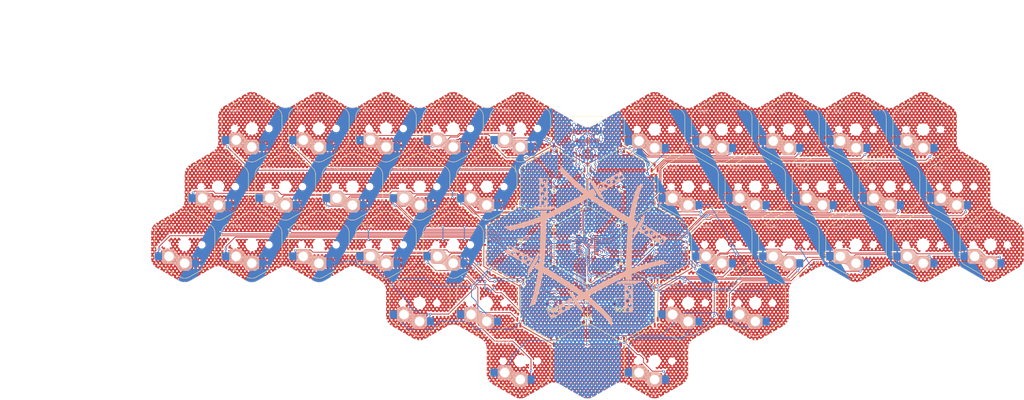
<source format=kicad_pcb>
(kicad_pcb (version 20221018) (generator pcbnew)

  (general
    (thickness 1.6)
  )

  (paper "A4")
  (layers
    (0 "F.Cu" signal)
    (31 "B.Cu" signal)
    (32 "B.Adhes" user "B.Adhesive")
    (33 "F.Adhes" user "F.Adhesive")
    (34 "B.Paste" user)
    (35 "F.Paste" user)
    (36 "B.SilkS" user "B.Silkscreen")
    (37 "F.SilkS" user "F.Silkscreen")
    (38 "B.Mask" user)
    (39 "F.Mask" user)
    (40 "Dwgs.User" user "User.Drawings")
    (41 "Cmts.User" user "User.Comments")
    (42 "Eco1.User" user "User.Eco1")
    (43 "Eco2.User" user "User.Eco2")
    (44 "Edge.Cuts" user)
    (45 "Margin" user)
    (46 "B.CrtYd" user "B.Courtyard")
    (47 "F.CrtYd" user "F.Courtyard")
    (48 "B.Fab" user)
    (49 "F.Fab" user)
    (50 "User.1" user)
    (51 "User.2" user)
    (52 "User.3" user)
    (53 "User.4" user)
    (54 "User.5" user)
    (55 "User.6" user)
    (56 "User.7" user)
    (57 "User.8" user)
    (58 "User.9" user)
  )

  (setup
    (pad_to_mask_clearance 0)
    (pcbplotparams
      (layerselection 0x00010fc_ffffffff)
      (plot_on_all_layers_selection 0x0000000_00000000)
      (disableapertmacros false)
      (usegerberextensions false)
      (usegerberattributes true)
      (usegerberadvancedattributes true)
      (creategerberjobfile true)
      (dashed_line_dash_ratio 12.000000)
      (dashed_line_gap_ratio 3.000000)
      (svgprecision 4)
      (plotframeref false)
      (viasonmask false)
      (mode 1)
      (useauxorigin false)
      (hpglpennumber 1)
      (hpglpenspeed 20)
      (hpglpendiameter 15.000000)
      (dxfpolygonmode true)
      (dxfimperialunits true)
      (dxfusepcbnewfont true)
      (psnegative false)
      (psa4output false)
      (plotreference true)
      (plotvalue true)
      (plotinvisibletext false)
      (sketchpadsonfab false)
      (subtractmaskfromsilk false)
      (outputformat 1)
      (mirror false)
      (drillshape 1)
      (scaleselection 1)
      (outputdirectory "")
    )
  )

  (net 0 "")
  (net 1 "Net-(D1-A1)")
  (net 2 "Net-(D1-A2)")
  (net 3 "Net-(D2-A1)")
  (net 4 "Net-(D2-A2)")
  (net 5 "Net-(D3-A1)")
  (net 6 "+3.3V")
  (net 7 "GND")
  (net 8 "VCC")
  (net 9 "Net-(D35-A)")
  (net 10 "VBUS")
  (net 11 "CC1")
  (net 12 "PORT+")
  (net 13 "PORT-")
  (net 14 "unconnected-(J1-SBU1-PadA8)")
  (net 15 "CC2")
  (net 16 "unconnected-(J1-SBU2-PadB8)")
  (net 17 "UDP")
  (net 18 "BOOT")
  (net 19 "RST")
  (net 20 "UDM")
  (net 21 "Net-(D3-A2)")
  (net 22 "Net-(D4-A1)")
  (net 23 "Net-(D4-A2)")
  (net 24 "Net-(D5-A1)")
  (net 25 "Net-(D5-A2)")
  (net 26 "Net-(D6-A1)")
  (net 27 "Net-(D6-A2)")
  (net 28 "Net-(D8-A1)")
  (net 29 "Net-(D8-A2)")
  (net 30 "Net-(D9-A1)")
  (net 31 "Net-(D9-A2)")
  (net 32 "Net-(D10-A2)")
  (net 33 "Net-(D12-A1)")
  (net 34 "Net-(D12-A2)")
  (net 35 "Net-(D13-A1)")
  (net 36 "Net-(D13-A2)")
  (net 37 "Net-(D15-A1)")
  (net 38 "Net-(D15-A2)")
  (net 39 "Net-(D16-A1)")
  (net 40 "Net-(D16-A2)")
  (net 41 "Net-(D17-A1)")
  (net 42 "Net-(D17-A2)")
  (net 43 "Net-(D18-A2)")
  (net 44 "Net-(D19-A1)")
  (net 45 "Net-(D10-A1)")
  (net 46 "Net-(D7-A1)")
  (net 47 "Net-(D7-A2)")
  (net 48 "Net-(D19-A2)")
  (net 49 "Net-(D14-A2)")
  (net 50 "Net-(D14-A1)")
  (net 51 "Net-(D18-A1)")
  (net 52 "col10")
  (net 53 "row3")
  (net 54 "row4")
  (net 55 "col1")
  (net 56 "col2")
  (net 57 "col3")
  (net 58 "col4")
  (net 59 "col5")
  (net 60 "col6")
  (net 61 "col7")
  (net 62 "col8")
  (net 63 "col9")
  (net 64 "row1")
  (net 65 "row2")

  (footprint "Package_TO_SOT_SMD:SOT-23" (layer "F.Cu") (at 129 49.652128 90))

  (footprint "Package_TO_SOT_SMD:SOT-23" (layer "F.Cu") (at 172 80.684708))

  (footprint "Resistor_SMD:R_0603_1608Metric_Pad0.98x0.95mm_HandSolder" (layer "F.Cu") (at 161.25 80.684708))

  (footprint "Resistor_SMD:R_0603_1608Metric_Pad0.98x0.95mm_HandSolder" (layer "F.Cu") (at 118.25 80.684708))

  (footprint "Package_TO_SOT_SMD:SOT-23" (layer "F.Cu") (at 161.25 68.271676 90))

  (footprint "Resistor_SMD:R_0603_1608Metric_Pad0.98x0.95mm_HandSolder" (layer "F.Cu") (at 129 62.06516 180))

  (footprint "Fuse:Fuse_0603_1608Metric_Pad1.05x0.95mm_HandSolder" (layer "F.Cu") (at 150.5 62.06516 180))

  (footprint "Diode_SMD:D_SOD-323_HandSoldering" (layer "F.Cu") (at 139.75 105.510772))

  (footprint "Package_TO_SOT_SMD:SOT-23" (layer "F.Cu") (at 161.25 93.09774 -90))

  (footprint "Capacitor_SMD:C_0603_1608Metric_Pad1.08x0.95mm_HandSolder" (layer "F.Cu") (at 129 74.478192 180))

  (footprint "Package_TO_SOT_SMD:SOT-23" (layer "F.Cu") (at 161.25 55.858644 90))

  (footprint "Package_TO_SOT_SMD:SOT-23" (layer "F.Cu") (at 129 111.717288 -90))

  (footprint "Button_Switch_SMD:SW_Push_SPST_NO_Alps_SKRK" (layer "F.Cu") (at 129 99.304256))

  (footprint "Package_TO_SOT_SMD:SOT-23" (layer "F.Cu") (at 139.75 55.858644 90))

  (footprint "Package_TO_SOT_SMD:SOT-23" (layer "F.Cu") (at 118.25 93.09774 -90))

  (footprint "Package_SO:TSSOP-20_4.4x6.5mm_P0.65mm" (layer "F.Cu") (at 139.75 80.684708))

  (footprint "Button_Switch_SMD:SW_Push_SPST_NO_Alps_SKRK" (layer "F.Cu") (at 150.5 99.304256 180))

  (footprint "Package_TO_SOT_SMD:SOT-23" (layer "F.Cu") (at 150.5 86.891224 -90))

  (footprint "Package_TO_SOT_SMD:SOT-23" (layer "F.Cu") (at 150.5 111.717288 -90))

  (footprint "Package_TO_SOT_SMD:SOT-23" (layer "F.Cu") (at 118.25 55.858644 90))

  (footprint "Package_TO_SOT_SMD:SOT-23" (layer "F.Cu") (at 150.5 49.652128 90))

  (footprint "Package_TO_SOT_SMD:SOT-23" (layer "F.Cu") (at 139.75 93.09774 -90))

  (footprint "Package_TO_SOT_SMD:SOT-23" (layer "F.Cu") (at 118.25 68.271676 90))

  (footprint "Capacitor_SMD:C_0603_1608Metric_Pad1.08x0.95mm_HandSolder" (layer "F.Cu") (at 150.5 74.478192))

  (footprint "Package_TO_SOT_SMD:SOT-23" (layer "F.Cu") (at 161.29 105.510772 -90))

  (footprint "Package_TO_SOT_SMD:SOT-23" (layer "F.Cu") (at 118.25 105.510772 -90))

  (footprint "Package_TO_SOT_SMD:SOT-23-6" (layer "F.Cu") (at 139.75 68.271676 90))

  (footprint "Package_TO_SOT_SMD:SOT-23" (layer "F.Cu") (at 107.5 80.684708 180))

  (footprint "Package_TO_SOT_SMD:SOT-23" (layer "F.Cu") (at 129 86.891224 -90))

  (footprint "Connector_USB:USB_C_Receptacle_HRO_TYPE-C-31-M-12" (layer "F.Cu") (at 139.75 43.445612 180))

  (footprint "s-ol:PG1350_hotswap" (layer "B.Cu") (at 172 99.304256 180))

  (footprint "s-ol:PG1350_hotswap" (layer "B.Cu") (at 10.75 80.684708 180))

  (footprint "s-ol:PG1350_hotswap" (layer "B.Cu") (at 118.25 117.923804 180))

  (footprint "s-ol:PG1350_hotswap" (layer "B.Cu")
    (tstamp 47529862-dc35-424f-a5ac-624992e86995)
    (at 43 62.06516 180)
    (property "Sheetfile" "hexatana.kicad_sch")
    (property "Sheetname" "")
    (property "ki_description" "Push button switch, generic, two pins")
    (property "ki_keywords" "switch normally-open pushbutton push-button")
    (path "/210f73f5-c99a-4ea2-863e-d0ce3a4ec4d0")
    (attr smd)
    (fp_text reference "SW26" (at 7.4 5.9 unlocked) (layer "B.SilkS")
        (effects (font (size 1 1) (thickness 0.15)) (justify right mirror))
      (tstamp a2b48843-2de1-4089-9fa4-5ca9cd9911f0)
    )
    (fp_text value "SW_Push" (at -0.35 -1.9 unlocked) (layer "F.Fab")
        (effects (font (size 1 1) (thickness 0.15)))
      (tstamp 44e60e10-06f9-4b2b-8c71-52ef5d97c2d1)
    )
    (fp_line (start -2.3 -4.575) (end -2.3 -7.225)
      (stroke (width 0.15) (type solid)) (layer "B.SilkS") (tstamp 0321c076-c9df-4636-b423-c4b8d696a0be))
    (fp_line (start -2.15 -7.35) (end -2.15 -4.45)
      (stroke (width 0.15) (type solid)) (layer "B.SilkS") (tstamp 3dd73dec-889b-4ad4-8df0-7ea04a68a802))
    (fp_line (start -2.05 -7.45) (end -2.05 -4.35)
      (stroke (width 0.15) (type solid)) (layer "B.SilkS") (tstamp 502248e8-0105-4606-950c-6583fcf1a02a))
    (fp_line (start -1.95 -7.55) (end -1.95 -4.25)
      (stroke (width 0.15) (type solid)) (layer "B.SilkS") (tstamp de3222bf-53c9-4869-844b-672daff2d55d))
    (fp_line (start -1.85 -7.65) (end -1.85 -4.15)
      (stroke (width 0.15) (type solid)) (layer "B.SilkS") (tstamp c6b25038-36c5-4429-a34c-e930d7112609))
    (fp_line (start -1.7 -7.8) (end -1.7 -4)
      (stroke (width 0.15) (type solid)) (layer "B.SilkS") (tstamp ec60c962-bbe6-425b-9b25-5a47fdbaa78b))
    (fp_line (start -1.55 -7.95) (end -1.55 -3.85)
      (stroke (width 0.15) (type solid)) (layer "B.SilkS") (tstamp 0ec1dafc-350a-4b21-826b-f1fbc6a4cd08))
    (fp_line (start -1.4 -8.1) (end -1.4 -3.7)
      (stroke (width 0.15) (type solid)) (layer "B.SilkS") (tstamp e32c2e29-c3c0-4e78-9f6c-53153f273ddf))
    (fp_line (start -1.3 -8.225) (end -2.325 -7.2)
      (stroke (width 0.15) (type solid)) (layer "B.SilkS") (tstamp ab24d07d-cd36-4251-970d-81fd29745ec2))
    (fp_line (start -1.3 -8.225) (end 1.3 -8.225)
      (stroke (width 0.15) (type solid)) (layer "B.SilkS") (tstamp 63857d37-a396-46a2-b40a-9e96a581f30c))
    (fp_line (start -1.3 -3.575) (end -2.325 -4.6)
      (stroke (width 0.15) (type solid)) (layer "B.SilkS") (tstamp f87bb7dc-d495-4bc1-a2d1-2324393cc85c))
    (fp_line (start -1.3 -3.575) (end 1.275 -3.575)
      (stroke (width 0.15) (type solid)) (layer "B.SilkS") (tstamp 3d029b2d-0862-43d5-bd12-66a1afc28ba3))
    (fp_line (start -1.25 -8.2) (end -1.25 -3.6)
      (stroke (width 0.15) (type solid)) (layer "B.SilkS") (tstamp 9f06ad8a-598d-4821-8497-93864a4cc939))
    (fp_line (start -1.1 -8.2) (end -1.1 -3.6)
      (stroke (width 0.15) (type solid)) (layer "B.SilkS") (tstamp eb8936dc-b7d9-40b0-bd45-8c9d07040a80))
    (fp_line (start -0.95 -8.2) (end -0.95 -3.6)
      (stroke (width 0.15) (type solid)) (layer "B.SilkS") (tstamp 9614dcf6-d5dc-4c47-9b32-affe7de29074))
    (fp_line (start -0.9 -8.1) (end -0.9 -3.65)
      (stroke (width 0.12) (type solid)) (layer "B.SilkS") (tstamp 3994257f-5261-4690-8766-0cfa7374e7aa))
    (fp_line (start -0.9 -3.65) (end 1.8 -7.95)
      (stroke (width 0.12) (type solid)) (layer "B.SilkS") (tstamp a8e7d8c7-0bc9-4164-9ff2-a3419903b6e2))
    (fp_line (start -0.8 -8.2) (end -0.8 -3.6)
      (stroke (width 0.15) (type solid)) (layer "B.SilkS") (tstamp c08ac95a-c61e-438a-9145-5f3275a302b0))
    (fp_line (start -0.65 -8.2) (end -0.65 -3.6)
      (stroke (width 0.15) (type solid)) (layer "B.SilkS") (tstamp b19898eb-0edd-4e22-9bfe-c687c1fba011))
    (fp_line (start -0.5 -8.2) (end -0.5 -3.6)
      (stroke (width 0.15) (type solid)) (layer "B.SilkS") (tstamp 90dbefa9-2981-466c-9d9e-44ec2e07a81a))
    (fp_line (start -0.35 -8.2) (end -0.35 -3.6)
      (stroke (width 0.15) (type solid)) (layer "B.SilkS") (tstamp 7d09f1fa-f890-4581-a573-593d5516b63c))
    (fp_line (start -0.2 -8.2) (end -0.2 -3.6)
      (stroke (width 0.15) (type solid)) (layer "B.SilkS") (tstamp e5aa9b3b-37ca-48d7-8d17-b7268a2f4973))
    (fp_line (start -0.05 -8.2) (end -0.05 -3.6)
      (stroke (width 0.15) (type solid)) (layer "B.SilkS") (tstamp 1327b20a-f7d2-4f18-817c-3aa4bf1e7a83))
    (fp_line (start 0.1 -8.2) (end 0.1 -3.6)
      (stroke (width 0.15) (type solid)) (layer "B.SilkS") (tstamp c21c9598-a906-4127-8ea2-2507194d8e98))
    (fp_line (start 0.25 -8.2) (end 0.25 -3.6)
      (stroke (width 0.15) (type solid)) (layer "B.SilkS") (tstamp d6442c17-b60a-41ed-8949-9a461ef1b7d6))
    (fp_line (start 0.4 -8.2) (end 0.4 -3.6)
      (stroke (width 0.15) (type solid)) (layer "B.SilkS") (tstamp ba823f38-c910-4677-ae20-47742f674152))
    (fp_line (start 0.55 -8.2) (end 0.55 -3.6)
      (stroke (width 0.15) (type solid)) (layer "B.SilkS") (tstamp d66ffe4e-fd35-471d-87ef-f6c25f286367))
    (fp_line (start 0.7 -8.2) (end 0.7 -3.6)
      (stroke (width 0.15) (type solid)) (layer "B.SilkS") (tstamp 865984b9-4d5c-46c2-b54a-ebd5ac850412))
    (fp_line (start 0.85 -8.2) (end 0.85 -3.6)
      (stroke (width 0.15) (type solid)) (layer "B.SilkS") (tstamp 03148fbc-91f8-454d-9b10-136f23b5c8fd))
    (fp_line (start 1 -8.2) (end 1 -3.6)
      (stroke (width 0.15) (type solid)) (layer "B.SilkS") (tstamp 02ef0e15-3cd4-454a-bded-e57f8fc5e548))
    (fp_line (start 1.15 -8.2) (end 1.15 -3.65)
      (stroke (width 0.15) (type solid)) (layer "B.SilkS") (tstamp 48e1937d-094d-4bef-915c-39adac790c9d))
    (fp_line (start 1.3 -8.2) (end 1.3 -3.6)
      (stroke (width 0.15) (type solid)) (layer "B.SilkS") (tstamp d476731e-d10a-4f96-ae9a-0bc819656426))
    (fp_line (start 1.45 -8.2) (end 1.45 -3.6)
      (stroke (width 0.15) (type solid)) (layer "B.SilkS") (tstamp 4fe02cb0-2cff-4047-8571-8905ddb95f60))
    (fp_line (start 1.6 -8.15) (end 1.6 -3.6)
      (stroke (width 0.15) (type solid)) (layer "B.SilkS") (tstamp 16eddc03-e5e9-4ef5-8e6b-a1831ca9de2e))
    (fp_line (start 1.75 -8.05) (end 1.75 -3.5)
      (stroke (width 0.15) (type solid)) (layer "B.SilkS") (tstamp d26107f5-1410-49ed-83fc-0fc62677d887))
    (fp_line (start 1.8 -7.95) (end 1.8 -3.6)
      (stroke (width 0.12) (type solid)) (layer "B.SilkS") (tstamp fc3890c9-716a-4b32-9d50-a9c88105b47c))
    (fp_line (start 1.8 -3.6) (end 4.65 -5.9)
      (stroke (width 0.12) (type solid)) (layer "B.SilkS") (tstamp 06113276-b3fc-41db-89f0-a9ff1f88536e))
    (fp_line (start 1.9 -7.95) (end 1.9 -3.45)
      (stroke (width 0.15) (type solid)) (layer "B.SilkS") (tstamp 8beab44b-08b3-49c1-960e-dfaf9caf2242))
    (fp_line (start 2 -7.8) (end 2 -3.4)
      (stroke (width 0.15) (type solid)) (layer "B.SilkS") (tstamp 824ee9d1-d69d-4f9f-b4d6-e7c89e05d622))
    (fp_line (start 2.1 -7.55) (end 2.1 -3.35)
      (stroke (width 0.15) (type solid)) (layer "B.SilkS") (tstamp ef484286-6615-4687-9d59-2cffecc07161))
    (fp_line (start 2.2 -7.4) (end 2.2 -3.25)
      (stroke (width 0.15) (type solid)) (layer "B.SilkS") (tstamp fc818863-4db5-4975-b63a-a079819c2d47))
    (fp_line (start 2.3 -7.2) (end 2.3 -3.05)
      (stroke (width 0.15) (type solid)) (layer "B.SilkS") (tstamp e05ab254-a46e-46d9-ba2b-d397caf32afe))
    (fp_line (start 2.4 -7.05) (end 2.4 -2.9)
      (stroke (width 0.15) (type solid)) (layer "B.SilkS") (tstamp 49d93574-cd22-4d22-97aa-acf8f8aa9c38))
    (fp_line (start 2.5 -6.85) (end 2.5 -2.4)
      (stroke (width 0.15) (type solid)) (layer "B.SilkS") (tstamp eb405cd3-3a85-43b6-808b-5e0aaeb3db4b))
    (fp_line (start 2.65 -6.7) (end 2.65 -2.25)
      (stroke (width 0.15) (type solid)) (layer "B.SilkS") (tstamp 80fca8b8-7731-4a21-a5dc-9dce85821ccb))
    (fp_line (start 2.8 -6.55) (end 2.8 -2.15)
      (stroke (width 0.15) (type solid)) (layer "B.SilkS") (tstamp 5c91c74c-66fa-408c-8e51-c76ca1d30f6e))
    (fp_line (start 2.95 -6.45) (end 2.95 -2.05)
      (stroke (width 0.15) (type solid)) (layer "B.SilkS") (tstamp 5ae0ff35-fb22-4b69-87e3-7f0edeb616d7))
    (fp_line (start 3.1 -6.35) (end 3.1 -1.9)
      (stroke (width 0.15) (type solid)) (layer "B.SilkS") (tstamp 3a535f02-cb12-4a1c-8156-68aedcdea9bf))
    (fp_line (start 3.25 -6.25) (end 3.25 -1.8)
      (stroke (width 0.15) (type solid)) (layer "B.SilkS") (tstamp ee4fb787-f23e-4f9d-acd0-8bcd74d1c3bc))
    (fp_line (start 3.4 -6.2) (end 3.4 -1.65)
      (stroke (width 0.15) (type solid)) (layer "B.SilkS") (tstamp b6de02ad-7bf5-4953-b7c7-3a85445d0224))
    (fp_line (start 3.55 -6.1) (end 3.55 -1.55)
      (stroke (width 0.15) (type solid)) (layer "B.SilkS") (tstamp d962c0d8-431b-4727-b959-008ca7bbde92))
    (fp_line (start 3.7 -6.05) (end 3.7 -1.45)
      (stroke (width 0.15) (type solid)) (layer "B.SilkS") (tstamp 5dce39ff-d880-4278-965e-03d9d7391e90))
    (fp_line (start 3.725 -1.375) (end 2.45 -2.4)
      (stroke (width 0.15) (type solid)) (layer "B.SilkS") (tstamp f94bfcfe-2b54-4a26-a322-d8ae884f1be7))
    (fp_line (start 3.725 -1.375) (end 6.275 -1.375)
      (stroke (width 0.15) (type solid)) (layer "B.SilkS") (tstamp f0067aa9-918a-4385-a26b-a8077f782e29))
    (fp_line (start 3.85 -6.05) (end 3.85 -1.4)
      (stroke (width 0.15) (type solid)) (layer "B.SilkS") (tstamp e8c57f75-f7ac-4b15-a4a5-29f51ade475e))
    (fp_line (start 4 -6.05) (end 4 -1.4)
      (stroke (width 0.15) (type solid)) (layer "B.SilkS") (tstamp 8c934d82-8e34-43c6-a535-583fa037ae46))
    (fp_line (start 4.15 -6
... [14478242 chars truncated]
</source>
